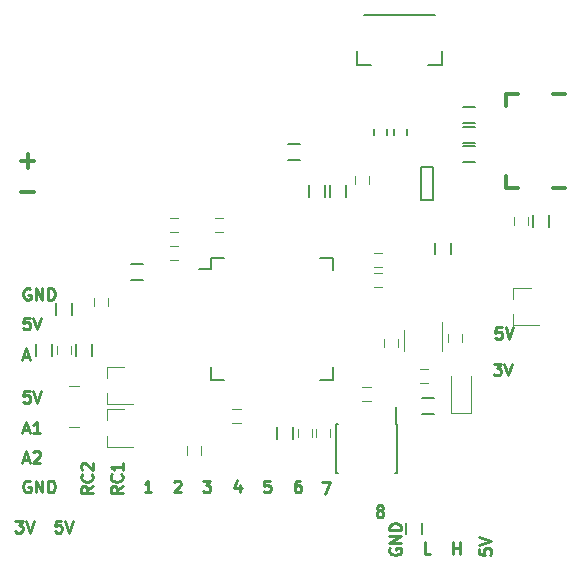
<source format=gto>
G04 #@! TF.GenerationSoftware,KiCad,Pcbnew,(5.0.0)*
G04 #@! TF.CreationDate,2018-08-31T18:23:00+12:00*
G04 #@! TF.ProjectId,SimpleFC,53696D706C6546432E6B696361645F70,rev?*
G04 #@! TF.SameCoordinates,Original*
G04 #@! TF.FileFunction,Legend,Top*
G04 #@! TF.FilePolarity,Positive*
%FSLAX46Y46*%
G04 Gerber Fmt 4.6, Leading zero omitted, Abs format (unit mm)*
G04 Created by KiCad (PCBNEW (5.0.0)) date 08/31/18 18:23:00*
%MOMM*%
%LPD*%
G01*
G04 APERTURE LIST*
%ADD10C,0.250000*%
%ADD11C,0.300000*%
%ADD12C,0.150000*%
%ADD13C,0.120000*%
%ADD14C,0.304800*%
G04 APERTURE END LIST*
D10*
X167970833Y-105852380D02*
X168589880Y-105852380D01*
X168256547Y-106233333D01*
X168399404Y-106233333D01*
X168494642Y-106280952D01*
X168542261Y-106328571D01*
X168589880Y-106423809D01*
X168589880Y-106661904D01*
X168542261Y-106757142D01*
X168494642Y-106804761D01*
X168399404Y-106852380D01*
X168113690Y-106852380D01*
X168018452Y-106804761D01*
X167970833Y-106757142D01*
X168875595Y-105852380D02*
X169208928Y-106852380D01*
X169542261Y-105852380D01*
X168642261Y-102752380D02*
X168166071Y-102752380D01*
X168118452Y-103228571D01*
X168166071Y-103180952D01*
X168261309Y-103133333D01*
X168499404Y-103133333D01*
X168594642Y-103180952D01*
X168642261Y-103228571D01*
X168689880Y-103323809D01*
X168689880Y-103561904D01*
X168642261Y-103657142D01*
X168594642Y-103704761D01*
X168499404Y-103752380D01*
X168261309Y-103752380D01*
X168166071Y-103704761D01*
X168118452Y-103657142D01*
X168975595Y-102752380D02*
X169308928Y-103752380D01*
X169642261Y-102752380D01*
X164514285Y-121952380D02*
X164514285Y-120952380D01*
X164514285Y-121428571D02*
X165085714Y-121428571D01*
X165085714Y-121952380D02*
X165085714Y-120952380D01*
X162609523Y-121952380D02*
X162133333Y-121952380D01*
X162133333Y-120952380D01*
X166752380Y-121523214D02*
X166752380Y-121999404D01*
X167228571Y-122047023D01*
X167180952Y-121999404D01*
X167133333Y-121904166D01*
X167133333Y-121666071D01*
X167180952Y-121570833D01*
X167228571Y-121523214D01*
X167323809Y-121475595D01*
X167561904Y-121475595D01*
X167657142Y-121523214D01*
X167704761Y-121570833D01*
X167752380Y-121666071D01*
X167752380Y-121904166D01*
X167704761Y-121999404D01*
X167657142Y-122047023D01*
X166752380Y-121189880D02*
X167752380Y-120856547D01*
X166752380Y-120523214D01*
X159200000Y-121475595D02*
X159152380Y-121570833D01*
X159152380Y-121713690D01*
X159200000Y-121856547D01*
X159295238Y-121951785D01*
X159390476Y-121999404D01*
X159580952Y-122047023D01*
X159723809Y-122047023D01*
X159914285Y-121999404D01*
X160009523Y-121951785D01*
X160104761Y-121856547D01*
X160152380Y-121713690D01*
X160152380Y-121618452D01*
X160104761Y-121475595D01*
X160057142Y-121427976D01*
X159723809Y-121427976D01*
X159723809Y-121618452D01*
X160152380Y-120999404D02*
X159152380Y-120999404D01*
X160152380Y-120427976D01*
X159152380Y-120427976D01*
X160152380Y-119951785D02*
X159152380Y-119951785D01*
X159152380Y-119713690D01*
X159200000Y-119570833D01*
X159295238Y-119475595D01*
X159390476Y-119427976D01*
X159580952Y-119380357D01*
X159723809Y-119380357D01*
X159914285Y-119427976D01*
X160009523Y-119475595D01*
X160104761Y-119570833D01*
X160152380Y-119713690D01*
X160152380Y-119951785D01*
X153466666Y-115852380D02*
X154133333Y-115852380D01*
X153704761Y-116852380D01*
X151590476Y-115752380D02*
X151400000Y-115752380D01*
X151304761Y-115800000D01*
X151257142Y-115847619D01*
X151161904Y-115990476D01*
X151114285Y-116180952D01*
X151114285Y-116561904D01*
X151161904Y-116657142D01*
X151209523Y-116704761D01*
X151304761Y-116752380D01*
X151495238Y-116752380D01*
X151590476Y-116704761D01*
X151638095Y-116657142D01*
X151685714Y-116561904D01*
X151685714Y-116323809D01*
X151638095Y-116228571D01*
X151590476Y-116180952D01*
X151495238Y-116133333D01*
X151304761Y-116133333D01*
X151209523Y-116180952D01*
X151161904Y-116228571D01*
X151114285Y-116323809D01*
X149038095Y-115752380D02*
X148561904Y-115752380D01*
X148514285Y-116228571D01*
X148561904Y-116180952D01*
X148657142Y-116133333D01*
X148895238Y-116133333D01*
X148990476Y-116180952D01*
X149038095Y-116228571D01*
X149085714Y-116323809D01*
X149085714Y-116561904D01*
X149038095Y-116657142D01*
X148990476Y-116704761D01*
X148895238Y-116752380D01*
X148657142Y-116752380D01*
X148561904Y-116704761D01*
X148514285Y-116657142D01*
X146490476Y-116085714D02*
X146490476Y-116752380D01*
X146252380Y-115704761D02*
X146014285Y-116419047D01*
X146633333Y-116419047D01*
X143366666Y-115752380D02*
X143985714Y-115752380D01*
X143652380Y-116133333D01*
X143795238Y-116133333D01*
X143890476Y-116180952D01*
X143938095Y-116228571D01*
X143985714Y-116323809D01*
X143985714Y-116561904D01*
X143938095Y-116657142D01*
X143890476Y-116704761D01*
X143795238Y-116752380D01*
X143509523Y-116752380D01*
X143414285Y-116704761D01*
X143366666Y-116657142D01*
D11*
X127952142Y-88707142D02*
X129095000Y-88707142D01*
X128523571Y-89278571D02*
X128523571Y-88135714D01*
X127952142Y-91307142D02*
X129095000Y-91307142D01*
D10*
X128724404Y-99500000D02*
X128629166Y-99452380D01*
X128486309Y-99452380D01*
X128343452Y-99500000D01*
X128248214Y-99595238D01*
X128200595Y-99690476D01*
X128152976Y-99880952D01*
X128152976Y-100023809D01*
X128200595Y-100214285D01*
X128248214Y-100309523D01*
X128343452Y-100404761D01*
X128486309Y-100452380D01*
X128581547Y-100452380D01*
X128724404Y-100404761D01*
X128772023Y-100357142D01*
X128772023Y-100023809D01*
X128581547Y-100023809D01*
X129200595Y-100452380D02*
X129200595Y-99452380D01*
X129772023Y-100452380D01*
X129772023Y-99452380D01*
X130248214Y-100452380D02*
X130248214Y-99452380D01*
X130486309Y-99452380D01*
X130629166Y-99500000D01*
X130724404Y-99595238D01*
X130772023Y-99690476D01*
X130819642Y-99880952D01*
X130819642Y-100023809D01*
X130772023Y-100214285D01*
X130724404Y-100309523D01*
X130629166Y-100404761D01*
X130486309Y-100452380D01*
X130248214Y-100452380D01*
X128152976Y-105266666D02*
X128629166Y-105266666D01*
X128057738Y-105552380D02*
X128391071Y-104552380D01*
X128724404Y-105552380D01*
X128676785Y-101952380D02*
X128200595Y-101952380D01*
X128152976Y-102428571D01*
X128200595Y-102380952D01*
X128295833Y-102333333D01*
X128533928Y-102333333D01*
X128629166Y-102380952D01*
X128676785Y-102428571D01*
X128724404Y-102523809D01*
X128724404Y-102761904D01*
X128676785Y-102857142D01*
X128629166Y-102904761D01*
X128533928Y-102952380D01*
X128295833Y-102952380D01*
X128200595Y-102904761D01*
X128152976Y-102857142D01*
X129010119Y-101952380D02*
X129343452Y-102952380D01*
X129676785Y-101952380D01*
X128724404Y-115800000D02*
X128629166Y-115752380D01*
X128486309Y-115752380D01*
X128343452Y-115800000D01*
X128248214Y-115895238D01*
X128200595Y-115990476D01*
X128152976Y-116180952D01*
X128152976Y-116323809D01*
X128200595Y-116514285D01*
X128248214Y-116609523D01*
X128343452Y-116704761D01*
X128486309Y-116752380D01*
X128581547Y-116752380D01*
X128724404Y-116704761D01*
X128772023Y-116657142D01*
X128772023Y-116323809D01*
X128581547Y-116323809D01*
X129200595Y-116752380D02*
X129200595Y-115752380D01*
X129772023Y-116752380D01*
X129772023Y-115752380D01*
X130248214Y-116752380D02*
X130248214Y-115752380D01*
X130486309Y-115752380D01*
X130629166Y-115800000D01*
X130724404Y-115895238D01*
X130772023Y-115990476D01*
X130819642Y-116180952D01*
X130819642Y-116323809D01*
X130772023Y-116514285D01*
X130724404Y-116609523D01*
X130629166Y-116704761D01*
X130486309Y-116752380D01*
X130248214Y-116752380D01*
X128152976Y-113966666D02*
X128629166Y-113966666D01*
X128057738Y-114252380D02*
X128391071Y-113252380D01*
X128724404Y-114252380D01*
X129010119Y-113347619D02*
X129057738Y-113300000D01*
X129152976Y-113252380D01*
X129391071Y-113252380D01*
X129486309Y-113300000D01*
X129533928Y-113347619D01*
X129581547Y-113442857D01*
X129581547Y-113538095D01*
X129533928Y-113680952D01*
X128962500Y-114252380D01*
X129581547Y-114252380D01*
X128152976Y-111466666D02*
X128629166Y-111466666D01*
X128057738Y-111752380D02*
X128391071Y-110752380D01*
X128724404Y-111752380D01*
X129581547Y-111752380D02*
X129010119Y-111752380D01*
X129295833Y-111752380D02*
X129295833Y-110752380D01*
X129200595Y-110895238D01*
X129105357Y-110990476D01*
X129010119Y-111038095D01*
X128676785Y-108152380D02*
X128200595Y-108152380D01*
X128152976Y-108628571D01*
X128200595Y-108580952D01*
X128295833Y-108533333D01*
X128533928Y-108533333D01*
X128629166Y-108580952D01*
X128676785Y-108628571D01*
X128724404Y-108723809D01*
X128724404Y-108961904D01*
X128676785Y-109057142D01*
X128629166Y-109104761D01*
X128533928Y-109152380D01*
X128295833Y-109152380D01*
X128200595Y-109104761D01*
X128152976Y-109057142D01*
X129010119Y-108152380D02*
X129343452Y-109152380D01*
X129676785Y-108152380D01*
X127471428Y-119152380D02*
X128090476Y-119152380D01*
X127757142Y-119533333D01*
X127900000Y-119533333D01*
X127995238Y-119580952D01*
X128042857Y-119628571D01*
X128090476Y-119723809D01*
X128090476Y-119961904D01*
X128042857Y-120057142D01*
X127995238Y-120104761D01*
X127900000Y-120152380D01*
X127614285Y-120152380D01*
X127519047Y-120104761D01*
X127471428Y-120057142D01*
X128376190Y-119152380D02*
X128709523Y-120152380D01*
X129042857Y-119152380D01*
X131376190Y-119152380D02*
X130900000Y-119152380D01*
X130852380Y-119628571D01*
X130900000Y-119580952D01*
X130995238Y-119533333D01*
X131233333Y-119533333D01*
X131328571Y-119580952D01*
X131376190Y-119628571D01*
X131423809Y-119723809D01*
X131423809Y-119961904D01*
X131376190Y-120057142D01*
X131328571Y-120104761D01*
X131233333Y-120152380D01*
X130995238Y-120152380D01*
X130900000Y-120104761D01*
X130852380Y-120057142D01*
X131709523Y-119152380D02*
X132042857Y-120152380D01*
X132376190Y-119152380D01*
X158243452Y-118280952D02*
X158148214Y-118233333D01*
X158100595Y-118185714D01*
X158052976Y-118090476D01*
X158052976Y-118042857D01*
X158100595Y-117947619D01*
X158148214Y-117900000D01*
X158243452Y-117852380D01*
X158433928Y-117852380D01*
X158529166Y-117900000D01*
X158576785Y-117947619D01*
X158624404Y-118042857D01*
X158624404Y-118090476D01*
X158576785Y-118185714D01*
X158529166Y-118233333D01*
X158433928Y-118280952D01*
X158243452Y-118280952D01*
X158148214Y-118328571D01*
X158100595Y-118376190D01*
X158052976Y-118471428D01*
X158052976Y-118661904D01*
X158100595Y-118757142D01*
X158148214Y-118804761D01*
X158243452Y-118852380D01*
X158433928Y-118852380D01*
X158529166Y-118804761D01*
X158576785Y-118757142D01*
X158624404Y-118661904D01*
X158624404Y-118471428D01*
X158576785Y-118376190D01*
X158529166Y-118328571D01*
X158433928Y-118280952D01*
X140914285Y-115847619D02*
X140961904Y-115800000D01*
X141057142Y-115752380D01*
X141295238Y-115752380D01*
X141390476Y-115800000D01*
X141438095Y-115847619D01*
X141485714Y-115942857D01*
X141485714Y-116038095D01*
X141438095Y-116180952D01*
X140866666Y-116752380D01*
X141485714Y-116752380D01*
X138985714Y-116752380D02*
X138414285Y-116752380D01*
X138700000Y-116752380D02*
X138700000Y-115752380D01*
X138604761Y-115895238D01*
X138509523Y-115990476D01*
X138414285Y-116038095D01*
X136552380Y-116227976D02*
X136076190Y-116561309D01*
X136552380Y-116799404D02*
X135552380Y-116799404D01*
X135552380Y-116418452D01*
X135600000Y-116323214D01*
X135647619Y-116275595D01*
X135742857Y-116227976D01*
X135885714Y-116227976D01*
X135980952Y-116275595D01*
X136028571Y-116323214D01*
X136076190Y-116418452D01*
X136076190Y-116799404D01*
X136457142Y-115227976D02*
X136504761Y-115275595D01*
X136552380Y-115418452D01*
X136552380Y-115513690D01*
X136504761Y-115656547D01*
X136409523Y-115751785D01*
X136314285Y-115799404D01*
X136123809Y-115847023D01*
X135980952Y-115847023D01*
X135790476Y-115799404D01*
X135695238Y-115751785D01*
X135600000Y-115656547D01*
X135552380Y-115513690D01*
X135552380Y-115418452D01*
X135600000Y-115275595D01*
X135647619Y-115227976D01*
X136552380Y-114275595D02*
X136552380Y-114847023D01*
X136552380Y-114561309D02*
X135552380Y-114561309D01*
X135695238Y-114656547D01*
X135790476Y-114751785D01*
X135838095Y-114847023D01*
X134052380Y-116227976D02*
X133576190Y-116561309D01*
X134052380Y-116799404D02*
X133052380Y-116799404D01*
X133052380Y-116418452D01*
X133100000Y-116323214D01*
X133147619Y-116275595D01*
X133242857Y-116227976D01*
X133385714Y-116227976D01*
X133480952Y-116275595D01*
X133528571Y-116323214D01*
X133576190Y-116418452D01*
X133576190Y-116799404D01*
X133957142Y-115227976D02*
X134004761Y-115275595D01*
X134052380Y-115418452D01*
X134052380Y-115513690D01*
X134004761Y-115656547D01*
X133909523Y-115751785D01*
X133814285Y-115799404D01*
X133623809Y-115847023D01*
X133480952Y-115847023D01*
X133290476Y-115799404D01*
X133195238Y-115751785D01*
X133100000Y-115656547D01*
X133052380Y-115513690D01*
X133052380Y-115418452D01*
X133100000Y-115275595D01*
X133147619Y-115227976D01*
X133147619Y-114847023D02*
X133100000Y-114799404D01*
X133052380Y-114704166D01*
X133052380Y-114466071D01*
X133100000Y-114370833D01*
X133147619Y-114323214D01*
X133242857Y-114275595D01*
X133338095Y-114275595D01*
X133480952Y-114323214D01*
X134052380Y-114894642D01*
X134052380Y-114275595D01*
D12*
G04 #@! TO.C,U1*
X144025000Y-96875000D02*
X144025000Y-97875000D01*
X154375000Y-96875000D02*
X154375000Y-97950000D01*
X154375000Y-107225000D02*
X154375000Y-106150000D01*
X144025000Y-107225000D02*
X144025000Y-106150000D01*
X144025000Y-96875000D02*
X145100000Y-96875000D01*
X144025000Y-107225000D02*
X145100000Y-107225000D01*
X154375000Y-107225000D02*
X153300000Y-107225000D01*
X154375000Y-96875000D02*
X153300000Y-96875000D01*
X144025000Y-97875000D02*
X143000000Y-97875000D01*
D13*
G04 #@! TO.C,C1*
X134100000Y-100950000D02*
X134100000Y-100250000D01*
X135300000Y-100250000D02*
X135300000Y-100950000D01*
G04 #@! TO.C,C2*
X151400000Y-112050000D02*
X151400000Y-111350000D01*
X152600000Y-111350000D02*
X152600000Y-112050000D01*
G04 #@! TO.C,C3*
X158550000Y-99400000D02*
X157850000Y-99400000D01*
X157850000Y-98200000D02*
X158550000Y-98200000D01*
G04 #@! TO.C,C4*
X140550000Y-93500000D02*
X141250000Y-93500000D01*
X141250000Y-94700000D02*
X140550000Y-94700000D01*
G04 #@! TO.C,C5*
X141250000Y-97100000D02*
X140550000Y-97100000D01*
X140550000Y-95900000D02*
X141250000Y-95900000D01*
G04 #@! TO.C,C6*
X145850000Y-109700000D02*
X146550000Y-109700000D01*
X146550000Y-110900000D02*
X145850000Y-110900000D01*
G04 #@! TO.C,C7*
X154100000Y-111350000D02*
X154100000Y-112050000D01*
X152900000Y-112050000D02*
X152900000Y-111350000D01*
G04 #@! TO.C,C8*
X158550000Y-97700000D02*
X157850000Y-97700000D01*
X157850000Y-96500000D02*
X158550000Y-96500000D01*
G04 #@! TO.C,C9*
X145050000Y-94700000D02*
X144350000Y-94700000D01*
X144350000Y-93500000D02*
X145050000Y-93500000D01*
G04 #@! TO.C,C29*
X132200000Y-104350000D02*
X132200000Y-105050000D01*
X131000000Y-105050000D02*
X131000000Y-104350000D01*
G04 #@! TO.C,C33*
X157400000Y-89950000D02*
X157400000Y-90650000D01*
X156200000Y-90650000D02*
X156200000Y-89950000D01*
G04 #@! TO.C,C35*
X142000000Y-113550000D02*
X142000000Y-112850000D01*
X143200000Y-112850000D02*
X143200000Y-113550000D01*
G04 #@! TO.C,C39*
X156850000Y-107800000D02*
X157550000Y-107800000D01*
X157550000Y-109000000D02*
X156850000Y-109000000D01*
G04 #@! TO.C,C41*
X170900000Y-93450000D02*
X170900000Y-94150000D01*
X169700000Y-94150000D02*
X169700000Y-93450000D01*
G04 #@! TO.C,D2*
X135240000Y-109720000D02*
X136700000Y-109720000D01*
X135240000Y-112880000D02*
X137400000Y-112880000D01*
X135240000Y-112880000D02*
X135240000Y-111950000D01*
X135240000Y-109720000D02*
X135240000Y-110650000D01*
G04 #@! TO.C,D3*
X135240000Y-106120000D02*
X135240000Y-107050000D01*
X135240000Y-109280000D02*
X135240000Y-108350000D01*
X135240000Y-109280000D02*
X137400000Y-109280000D01*
X135240000Y-106120000D02*
X136700000Y-106120000D01*
G04 #@! TO.C,D10*
X169640000Y-99420000D02*
X171100000Y-99420000D01*
X169640000Y-102580000D02*
X171800000Y-102580000D01*
X169640000Y-102580000D02*
X169640000Y-101650000D01*
X169640000Y-99420000D02*
X169640000Y-100350000D01*
D12*
G04 #@! TO.C,D14*
X162800000Y-92000000D02*
X161800000Y-92000000D01*
X162800000Y-89200000D02*
X161800000Y-89200000D01*
X162800000Y-89200000D02*
X162800000Y-92000000D01*
X161800000Y-92000000D02*
X161800000Y-89200000D01*
G04 #@! TO.C,J13*
X163600000Y-79400000D02*
X163600000Y-80600000D01*
X163600000Y-80600000D02*
X162400000Y-80600000D01*
X156400000Y-79400000D02*
X156400000Y-80600000D01*
X156400000Y-80600000D02*
X157600000Y-80600000D01*
X157000000Y-76300000D02*
X163000000Y-76300000D01*
G04 #@! TO.C,R2*
X150975000Y-111200000D02*
X150975000Y-112200000D01*
X149625000Y-112200000D02*
X149625000Y-111200000D01*
G04 #@! TO.C,R3*
X130925000Y-101700000D02*
X130925000Y-100700000D01*
X132275000Y-100700000D02*
X132275000Y-101700000D01*
G04 #@! TO.C,R4*
X152325000Y-91700000D02*
X152325000Y-90700000D01*
X153675000Y-90700000D02*
X153675000Y-91700000D01*
G04 #@! TO.C,R5*
X155475000Y-90700000D02*
X155475000Y-91700000D01*
X154125000Y-91700000D02*
X154125000Y-90700000D01*
G04 #@! TO.C,R8*
X130575000Y-104200000D02*
X130575000Y-105200000D01*
X129225000Y-105200000D02*
X129225000Y-104200000D01*
G04 #@! TO.C,R12*
X133975000Y-104200000D02*
X133975000Y-105200000D01*
X132625000Y-105200000D02*
X132625000Y-104200000D01*
G04 #@! TO.C,R19*
X161875000Y-119300000D02*
X161875000Y-120300000D01*
X160525000Y-120300000D02*
X160525000Y-119300000D01*
G04 #@! TO.C,R22*
X165400000Y-85825000D02*
X166400000Y-85825000D01*
X166400000Y-87175000D02*
X165400000Y-87175000D01*
G04 #@! TO.C,R23*
X166400000Y-88775000D02*
X165400000Y-88775000D01*
X165400000Y-87425000D02*
X166400000Y-87425000D01*
G04 #@! TO.C,R24*
X158925000Y-86450000D02*
X158925000Y-85950000D01*
X157875000Y-85950000D02*
X157875000Y-86450000D01*
G04 #@! TO.C,R25*
X159575000Y-85950000D02*
X159575000Y-86450000D01*
X160625000Y-86450000D02*
X160625000Y-85950000D01*
G04 #@! TO.C,R26*
X166400000Y-85475000D02*
X165400000Y-85475000D01*
X165400000Y-84125000D02*
X166400000Y-84125000D01*
G04 #@! TO.C,R27*
X171325000Y-94300000D02*
X171325000Y-93300000D01*
X172675000Y-93300000D02*
X172675000Y-94300000D01*
D13*
G04 #@! TO.C,RN1*
X132850000Y-111220000D02*
X132050000Y-111220000D01*
X132850000Y-107780000D02*
X132050000Y-107780000D01*
D12*
G04 #@! TO.C,U11*
X159775000Y-110925000D02*
X159725000Y-110925000D01*
X159775000Y-115075000D02*
X159630000Y-115075000D01*
X154625000Y-115075000D02*
X154770000Y-115075000D01*
X154625000Y-110925000D02*
X154770000Y-110925000D01*
X159775000Y-110925000D02*
X159775000Y-115075000D01*
X154625000Y-110925000D02*
X154625000Y-115075000D01*
X159725000Y-110925000D02*
X159725000Y-109525000D01*
D14*
G04 #@! TO.C,J12*
X169020580Y-90992880D02*
X170001020Y-90992880D01*
X170001020Y-90992880D02*
X170001020Y-90997960D01*
X169000260Y-90997960D02*
X169000260Y-89999740D01*
X170001020Y-83002040D02*
X169000260Y-83002040D01*
X169000260Y-83002040D02*
X169000260Y-84000260D01*
X172998220Y-90997960D02*
X173998980Y-90997960D01*
X172998220Y-83002040D02*
X173998980Y-83002040D01*
D13*
G04 #@! TO.C,C43*
X165300000Y-103350000D02*
X165300000Y-104050000D01*
X164100000Y-104050000D02*
X164100000Y-103350000D01*
G04 #@! TO.C,C44*
X158700000Y-104450000D02*
X158700000Y-103750000D01*
X159900000Y-103750000D02*
X159900000Y-104450000D01*
G04 #@! TO.C,C45*
X161700000Y-106300000D02*
X162400000Y-106300000D01*
X162400000Y-107500000D02*
X161700000Y-107500000D01*
G04 #@! TO.C,D12*
X164350000Y-110050000D02*
X166050000Y-110050000D01*
X166050000Y-110050000D02*
X166050000Y-106900000D01*
X164350000Y-110050000D02*
X164350000Y-106900000D01*
D12*
G04 #@! TO.C,R29*
X162900000Y-110075000D02*
X161900000Y-110075000D01*
X161900000Y-108725000D02*
X162900000Y-108725000D01*
D13*
G04 #@! TO.C,U13*
X160390000Y-103000000D02*
X160390000Y-104800000D01*
X163610000Y-104800000D02*
X163610000Y-102350000D01*
D12*
G04 #@! TO.C,R30*
X150600000Y-87225000D02*
X151600000Y-87225000D01*
X151600000Y-88575000D02*
X150600000Y-88575000D01*
G04 #@! TO.C,R31*
X164375000Y-95600000D02*
X164375000Y-96600000D01*
X163025000Y-96600000D02*
X163025000Y-95600000D01*
G04 #@! TO.C,R32*
X137300000Y-97425000D02*
X138300000Y-97425000D01*
X138300000Y-98775000D02*
X137300000Y-98775000D01*
G04 #@! TD*
M02*

</source>
